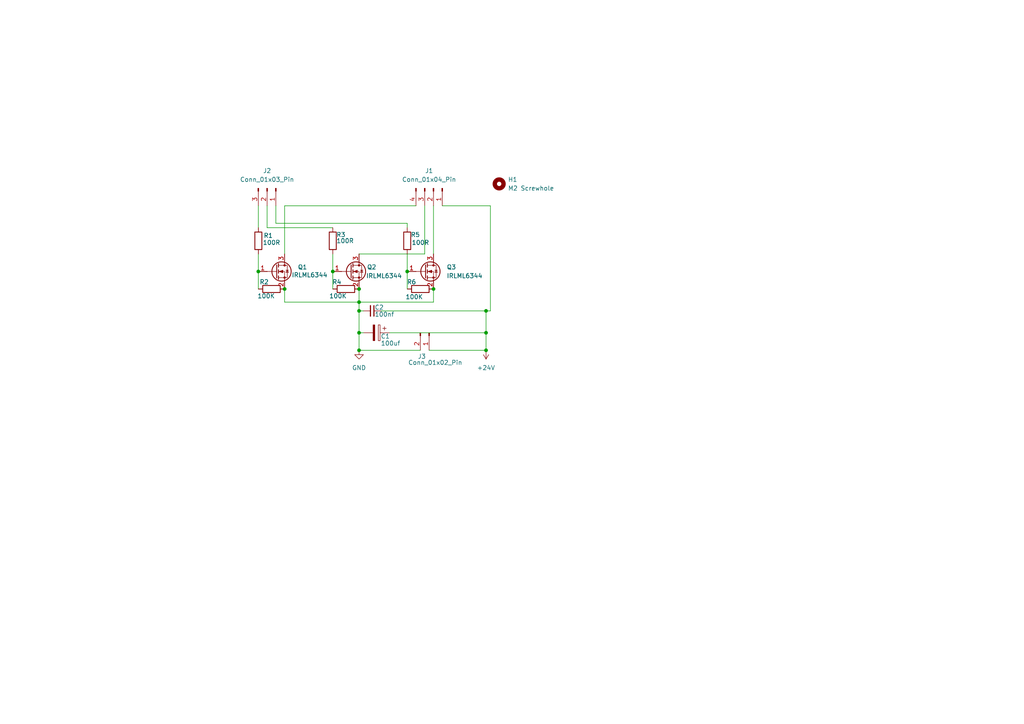
<source format=kicad_sch>
(kicad_sch
	(version 20250114)
	(generator "eeschema")
	(generator_version "9.0")
	(uuid "fe2c5abf-020b-4779-b4fd-7730417b25a8")
	(paper "A4")
	(lib_symbols
		(symbol "Connector:Conn_01x02_Pin"
			(pin_names
				(offset 1.016)
				(hide yes)
			)
			(exclude_from_sim no)
			(in_bom yes)
			(on_board yes)
			(property "Reference" "J"
				(at 0 2.54 0)
				(effects
					(font
						(size 1.27 1.27)
					)
				)
			)
			(property "Value" "Conn_01x02_Pin"
				(at 0 -5.08 0)
				(effects
					(font
						(size 1.27 1.27)
					)
				)
			)
			(property "Footprint" ""
				(at 0 0 0)
				(effects
					(font
						(size 1.27 1.27)
					)
					(hide yes)
				)
			)
			(property "Datasheet" "~"
				(at 0 0 0)
				(effects
					(font
						(size 1.27 1.27)
					)
					(hide yes)
				)
			)
			(property "Description" "Generic connector, single row, 01x02, script generated"
				(at 0 0 0)
				(effects
					(font
						(size 1.27 1.27)
					)
					(hide yes)
				)
			)
			(property "ki_locked" ""
				(at 0 0 0)
				(effects
					(font
						(size 1.27 1.27)
					)
				)
			)
			(property "ki_keywords" "connector"
				(at 0 0 0)
				(effects
					(font
						(size 1.27 1.27)
					)
					(hide yes)
				)
			)
			(property "ki_fp_filters" "Connector*:*_1x??_*"
				(at 0 0 0)
				(effects
					(font
						(size 1.27 1.27)
					)
					(hide yes)
				)
			)
			(symbol "Conn_01x02_Pin_1_1"
				(rectangle
					(start 0.8636 0.127)
					(end 0 -0.127)
					(stroke
						(width 0.1524)
						(type default)
					)
					(fill
						(type outline)
					)
				)
				(rectangle
					(start 0.8636 -2.413)
					(end 0 -2.667)
					(stroke
						(width 0.1524)
						(type default)
					)
					(fill
						(type outline)
					)
				)
				(polyline
					(pts
						(xy 1.27 0) (xy 0.8636 0)
					)
					(stroke
						(width 0.1524)
						(type default)
					)
					(fill
						(type none)
					)
				)
				(polyline
					(pts
						(xy 1.27 -2.54) (xy 0.8636 -2.54)
					)
					(stroke
						(width 0.1524)
						(type default)
					)
					(fill
						(type none)
					)
				)
				(pin passive line
					(at 5.08 0 180)
					(length 3.81)
					(name "Pin_1"
						(effects
							(font
								(size 1.27 1.27)
							)
						)
					)
					(number "1"
						(effects
							(font
								(size 1.27 1.27)
							)
						)
					)
				)
				(pin passive line
					(at 5.08 -2.54 180)
					(length 3.81)
					(name "Pin_2"
						(effects
							(font
								(size 1.27 1.27)
							)
						)
					)
					(number "2"
						(effects
							(font
								(size 1.27 1.27)
							)
						)
					)
				)
			)
			(embedded_fonts no)
		)
		(symbol "Connector:Conn_01x03_Pin"
			(pin_names
				(offset 1.016)
				(hide yes)
			)
			(exclude_from_sim no)
			(in_bom yes)
			(on_board yes)
			(property "Reference" "J"
				(at 0 5.08 0)
				(effects
					(font
						(size 1.27 1.27)
					)
				)
			)
			(property "Value" "Conn_01x03_Pin"
				(at 0 -5.08 0)
				(effects
					(font
						(size 1.27 1.27)
					)
				)
			)
			(property "Footprint" ""
				(at 0 0 0)
				(effects
					(font
						(size 1.27 1.27)
					)
					(hide yes)
				)
			)
			(property "Datasheet" "~"
				(at 0 0 0)
				(effects
					(font
						(size 1.27 1.27)
					)
					(hide yes)
				)
			)
			(property "Description" "Generic connector, single row, 01x03, script generated"
				(at 0 0 0)
				(effects
					(font
						(size 1.27 1.27)
					)
					(hide yes)
				)
			)
			(property "ki_locked" ""
				(at 0 0 0)
				(effects
					(font
						(size 1.27 1.27)
					)
				)
			)
			(property "ki_keywords" "connector"
				(at 0 0 0)
				(effects
					(font
						(size 1.27 1.27)
					)
					(hide yes)
				)
			)
			(property "ki_fp_filters" "Connector*:*_1x??_*"
				(at 0 0 0)
				(effects
					(font
						(size 1.27 1.27)
					)
					(hide yes)
				)
			)
			(symbol "Conn_01x03_Pin_1_1"
				(rectangle
					(start 0.8636 2.667)
					(end 0 2.413)
					(stroke
						(width 0.1524)
						(type default)
					)
					(fill
						(type outline)
					)
				)
				(rectangle
					(start 0.8636 0.127)
					(end 0 -0.127)
					(stroke
						(width 0.1524)
						(type default)
					)
					(fill
						(type outline)
					)
				)
				(rectangle
					(start 0.8636 -2.413)
					(end 0 -2.667)
					(stroke
						(width 0.1524)
						(type default)
					)
					(fill
						(type outline)
					)
				)
				(polyline
					(pts
						(xy 1.27 2.54) (xy 0.8636 2.54)
					)
					(stroke
						(width 0.1524)
						(type default)
					)
					(fill
						(type none)
					)
				)
				(polyline
					(pts
						(xy 1.27 0) (xy 0.8636 0)
					)
					(stroke
						(width 0.1524)
						(type default)
					)
					(fill
						(type none)
					)
				)
				(polyline
					(pts
						(xy 1.27 -2.54) (xy 0.8636 -2.54)
					)
					(stroke
						(width 0.1524)
						(type default)
					)
					(fill
						(type none)
					)
				)
				(pin passive line
					(at 5.08 2.54 180)
					(length 3.81)
					(name "Pin_1"
						(effects
							(font
								(size 1.27 1.27)
							)
						)
					)
					(number "1"
						(effects
							(font
								(size 1.27 1.27)
							)
						)
					)
				)
				(pin passive line
					(at 5.08 0 180)
					(length 3.81)
					(name "Pin_2"
						(effects
							(font
								(size 1.27 1.27)
							)
						)
					)
					(number "2"
						(effects
							(font
								(size 1.27 1.27)
							)
						)
					)
				)
				(pin passive line
					(at 5.08 -2.54 180)
					(length 3.81)
					(name "Pin_3"
						(effects
							(font
								(size 1.27 1.27)
							)
						)
					)
					(number "3"
						(effects
							(font
								(size 1.27 1.27)
							)
						)
					)
				)
			)
			(embedded_fonts no)
		)
		(symbol "Connector:Conn_01x04_Pin"
			(pin_names
				(offset 1.016)
				(hide yes)
			)
			(exclude_from_sim no)
			(in_bom yes)
			(on_board yes)
			(property "Reference" "J"
				(at 0 5.08 0)
				(effects
					(font
						(size 1.27 1.27)
					)
				)
			)
			(property "Value" "Conn_01x04_Pin"
				(at 0 -7.62 0)
				(effects
					(font
						(size 1.27 1.27)
					)
				)
			)
			(property "Footprint" ""
				(at 0 0 0)
				(effects
					(font
						(size 1.27 1.27)
					)
					(hide yes)
				)
			)
			(property "Datasheet" "~"
				(at 0 0 0)
				(effects
					(font
						(size 1.27 1.27)
					)
					(hide yes)
				)
			)
			(property "Description" "Generic connector, single row, 01x04, script generated"
				(at 0 0 0)
				(effects
					(font
						(size 1.27 1.27)
					)
					(hide yes)
				)
			)
			(property "ki_locked" ""
				(at 0 0 0)
				(effects
					(font
						(size 1.27 1.27)
					)
				)
			)
			(property "ki_keywords" "connector"
				(at 0 0 0)
				(effects
					(font
						(size 1.27 1.27)
					)
					(hide yes)
				)
			)
			(property "ki_fp_filters" "Connector*:*_1x??_*"
				(at 0 0 0)
				(effects
					(font
						(size 1.27 1.27)
					)
					(hide yes)
				)
			)
			(symbol "Conn_01x04_Pin_1_1"
				(rectangle
					(start 0.8636 2.667)
					(end 0 2.413)
					(stroke
						(width 0.1524)
						(type default)
					)
					(fill
						(type outline)
					)
				)
				(rectangle
					(start 0.8636 0.127)
					(end 0 -0.127)
					(stroke
						(width 0.1524)
						(type default)
					)
					(fill
						(type outline)
					)
				)
				(rectangle
					(start 0.8636 -2.413)
					(end 0 -2.667)
					(stroke
						(width 0.1524)
						(type default)
					)
					(fill
						(type outline)
					)
				)
				(rectangle
					(start 0.8636 -4.953)
					(end 0 -5.207)
					(stroke
						(width 0.1524)
						(type default)
					)
					(fill
						(type outline)
					)
				)
				(polyline
					(pts
						(xy 1.27 2.54) (xy 0.8636 2.54)
					)
					(stroke
						(width 0.1524)
						(type default)
					)
					(fill
						(type none)
					)
				)
				(polyline
					(pts
						(xy 1.27 0) (xy 0.8636 0)
					)
					(stroke
						(width 0.1524)
						(type default)
					)
					(fill
						(type none)
					)
				)
				(polyline
					(pts
						(xy 1.27 -2.54) (xy 0.8636 -2.54)
					)
					(stroke
						(width 0.1524)
						(type default)
					)
					(fill
						(type none)
					)
				)
				(polyline
					(pts
						(xy 1.27 -5.08) (xy 0.8636 -5.08)
					)
					(stroke
						(width 0.1524)
						(type default)
					)
					(fill
						(type none)
					)
				)
				(pin passive line
					(at 5.08 2.54 180)
					(length 3.81)
					(name "Pin_1"
						(effects
							(font
								(size 1.27 1.27)
							)
						)
					)
					(number "1"
						(effects
							(font
								(size 1.27 1.27)
							)
						)
					)
				)
				(pin passive line
					(at 5.08 0 180)
					(length 3.81)
					(name "Pin_2"
						(effects
							(font
								(size 1.27 1.27)
							)
						)
					)
					(number "2"
						(effects
							(font
								(size 1.27 1.27)
							)
						)
					)
				)
				(pin passive line
					(at 5.08 -2.54 180)
					(length 3.81)
					(name "Pin_3"
						(effects
							(font
								(size 1.27 1.27)
							)
						)
					)
					(number "3"
						(effects
							(font
								(size 1.27 1.27)
							)
						)
					)
				)
				(pin passive line
					(at 5.08 -5.08 180)
					(length 3.81)
					(name "Pin_4"
						(effects
							(font
								(size 1.27 1.27)
							)
						)
					)
					(number "4"
						(effects
							(font
								(size 1.27 1.27)
							)
						)
					)
				)
			)
			(embedded_fonts no)
		)
		(symbol "Device:C_Polarized"
			(pin_numbers
				(hide yes)
			)
			(pin_names
				(offset 0.254)
			)
			(exclude_from_sim no)
			(in_bom yes)
			(on_board yes)
			(property "Reference" "C"
				(at 0.635 2.54 0)
				(effects
					(font
						(size 1.27 1.27)
					)
					(justify left)
				)
			)
			(property "Value" "C_Polarized"
				(at 0.635 -2.54 0)
				(effects
					(font
						(size 1.27 1.27)
					)
					(justify left)
				)
			)
			(property "Footprint" ""
				(at 0.9652 -3.81 0)
				(effects
					(font
						(size 1.27 1.27)
					)
					(hide yes)
				)
			)
			(property "Datasheet" "~"
				(at 0 0 0)
				(effects
					(font
						(size 1.27 1.27)
					)
					(hide yes)
				)
			)
			(property "Description" "Polarized capacitor"
				(at 0 0 0)
				(effects
					(font
						(size 1.27 1.27)
					)
					(hide yes)
				)
			)
			(property "ki_keywords" "cap capacitor"
				(at 0 0 0)
				(effects
					(font
						(size 1.27 1.27)
					)
					(hide yes)
				)
			)
			(property "ki_fp_filters" "CP_*"
				(at 0 0 0)
				(effects
					(font
						(size 1.27 1.27)
					)
					(hide yes)
				)
			)
			(symbol "C_Polarized_0_1"
				(rectangle
					(start -2.286 0.508)
					(end 2.286 1.016)
					(stroke
						(width 0)
						(type default)
					)
					(fill
						(type none)
					)
				)
				(polyline
					(pts
						(xy -1.778 2.286) (xy -0.762 2.286)
					)
					(stroke
						(width 0)
						(type default)
					)
					(fill
						(type none)
					)
				)
				(polyline
					(pts
						(xy -1.27 2.794) (xy -1.27 1.778)
					)
					(stroke
						(width 0)
						(type default)
					)
					(fill
						(type none)
					)
				)
				(rectangle
					(start 2.286 -0.508)
					(end -2.286 -1.016)
					(stroke
						(width 0)
						(type default)
					)
					(fill
						(type outline)
					)
				)
			)
			(symbol "C_Polarized_1_1"
				(pin passive line
					(at 0 3.81 270)
					(length 2.794)
					(name "~"
						(effects
							(font
								(size 1.27 1.27)
							)
						)
					)
					(number "1"
						(effects
							(font
								(size 1.27 1.27)
							)
						)
					)
				)
				(pin passive line
					(at 0 -3.81 90)
					(length 2.794)
					(name "~"
						(effects
							(font
								(size 1.27 1.27)
							)
						)
					)
					(number "2"
						(effects
							(font
								(size 1.27 1.27)
							)
						)
					)
				)
			)
			(embedded_fonts no)
		)
		(symbol "Device:C_Small"
			(pin_numbers
				(hide yes)
			)
			(pin_names
				(offset 0.254)
				(hide yes)
			)
			(exclude_from_sim no)
			(in_bom yes)
			(on_board yes)
			(property "Reference" "C"
				(at 0.254 1.778 0)
				(effects
					(font
						(size 1.27 1.27)
					)
					(justify left)
				)
			)
			(property "Value" "C_Small"
				(at 0.254 -2.032 0)
				(effects
					(font
						(size 1.27 1.27)
					)
					(justify left)
				)
			)
			(property "Footprint" ""
				(at 0 0 0)
				(effects
					(font
						(size 1.27 1.27)
					)
					(hide yes)
				)
			)
			(property "Datasheet" "~"
				(at 0 0 0)
				(effects
					(font
						(size 1.27 1.27)
					)
					(hide yes)
				)
			)
			(property "Description" "Unpolarized capacitor, small symbol"
				(at 0 0 0)
				(effects
					(font
						(size 1.27 1.27)
					)
					(hide yes)
				)
			)
			(property "ki_keywords" "capacitor cap"
				(at 0 0 0)
				(effects
					(font
						(size 1.27 1.27)
					)
					(hide yes)
				)
			)
			(property "ki_fp_filters" "C_*"
				(at 0 0 0)
				(effects
					(font
						(size 1.27 1.27)
					)
					(hide yes)
				)
			)
			(symbol "C_Small_0_1"
				(polyline
					(pts
						(xy -1.524 0.508) (xy 1.524 0.508)
					)
					(stroke
						(width 0.3048)
						(type default)
					)
					(fill
						(type none)
					)
				)
				(polyline
					(pts
						(xy -1.524 -0.508) (xy 1.524 -0.508)
					)
					(stroke
						(width 0.3302)
						(type default)
					)
					(fill
						(type none)
					)
				)
			)
			(symbol "C_Small_1_1"
				(pin passive line
					(at 0 2.54 270)
					(length 2.032)
					(name "~"
						(effects
							(font
								(size 1.27 1.27)
							)
						)
					)
					(number "1"
						(effects
							(font
								(size 1.27 1.27)
							)
						)
					)
				)
				(pin passive line
					(at 0 -2.54 90)
					(length 2.032)
					(name "~"
						(effects
							(font
								(size 1.27 1.27)
							)
						)
					)
					(number "2"
						(effects
							(font
								(size 1.27 1.27)
							)
						)
					)
				)
			)
			(embedded_fonts no)
		)
		(symbol "Device:R"
			(pin_numbers
				(hide yes)
			)
			(pin_names
				(offset 0)
			)
			(exclude_from_sim no)
			(in_bom yes)
			(on_board yes)
			(property "Reference" "R"
				(at 2.032 0 90)
				(effects
					(font
						(size 1.27 1.27)
					)
				)
			)
			(property "Value" "R"
				(at 0 0 90)
				(effects
					(font
						(size 1.27 1.27)
					)
				)
			)
			(property "Footprint" ""
				(at -1.778 0 90)
				(effects
					(font
						(size 1.27 1.27)
					)
					(hide yes)
				)
			)
			(property "Datasheet" "~"
				(at 0 0 0)
				(effects
					(font
						(size 1.27 1.27)
					)
					(hide yes)
				)
			)
			(property "Description" "Resistor"
				(at 0 0 0)
				(effects
					(font
						(size 1.27 1.27)
					)
					(hide yes)
				)
			)
			(property "ki_keywords" "R res resistor"
				(at 0 0 0)
				(effects
					(font
						(size 1.27 1.27)
					)
					(hide yes)
				)
			)
			(property "ki_fp_filters" "R_*"
				(at 0 0 0)
				(effects
					(font
						(size 1.27 1.27)
					)
					(hide yes)
				)
			)
			(symbol "R_0_1"
				(rectangle
					(start -1.016 -2.54)
					(end 1.016 2.54)
					(stroke
						(width 0.254)
						(type default)
					)
					(fill
						(type none)
					)
				)
			)
			(symbol "R_1_1"
				(pin passive line
					(at 0 3.81 270)
					(length 1.27)
					(name "~"
						(effects
							(font
								(size 1.27 1.27)
							)
						)
					)
					(number "1"
						(effects
							(font
								(size 1.27 1.27)
							)
						)
					)
				)
				(pin passive line
					(at 0 -3.81 90)
					(length 1.27)
					(name "~"
						(effects
							(font
								(size 1.27 1.27)
							)
						)
					)
					(number "2"
						(effects
							(font
								(size 1.27 1.27)
							)
						)
					)
				)
			)
			(embedded_fonts no)
		)
		(symbol "Mechanical:MountingHole"
			(pin_names
				(offset 1.016)
			)
			(exclude_from_sim no)
			(in_bom no)
			(on_board yes)
			(property "Reference" "H"
				(at 0 5.08 0)
				(effects
					(font
						(size 1.27 1.27)
					)
				)
			)
			(property "Value" "MountingHole"
				(at 0 3.175 0)
				(effects
					(font
						(size 1.27 1.27)
					)
				)
			)
			(property "Footprint" ""
				(at 0 0 0)
				(effects
					(font
						(size 1.27 1.27)
					)
					(hide yes)
				)
			)
			(property "Datasheet" "~"
				(at 0 0 0)
				(effects
					(font
						(size 1.27 1.27)
					)
					(hide yes)
				)
			)
			(property "Description" "Mounting Hole without connection"
				(at 0 0 0)
				(effects
					(font
						(size 1.27 1.27)
					)
					(hide yes)
				)
			)
			(property "ki_keywords" "mounting hole"
				(at 0 0 0)
				(effects
					(font
						(size 1.27 1.27)
					)
					(hide yes)
				)
			)
			(property "ki_fp_filters" "MountingHole*"
				(at 0 0 0)
				(effects
					(font
						(size 1.27 1.27)
					)
					(hide yes)
				)
			)
			(symbol "MountingHole_0_1"
				(circle
					(center 0 0)
					(radius 1.27)
					(stroke
						(width 1.27)
						(type default)
					)
					(fill
						(type none)
					)
				)
			)
			(embedded_fonts no)
		)
		(symbol "Transistor_FET:IRLML6244"
			(pin_names
				(offset 0)
				(hide yes)
			)
			(exclude_from_sim no)
			(in_bom yes)
			(on_board yes)
			(property "Reference" "Q"
				(at 5.08 1.905 0)
				(effects
					(font
						(size 1.27 1.27)
					)
					(justify left)
				)
			)
			(property "Value" "IRLML6244"
				(at 5.08 0 0)
				(effects
					(font
						(size 1.27 1.27)
					)
					(justify left)
				)
			)
			(property "Footprint" "Package_TO_SOT_SMD:SOT-23"
				(at 5.08 -1.905 0)
				(effects
					(font
						(size 1.27 1.27)
						(italic yes)
					)
					(justify left)
					(hide yes)
				)
			)
			(property "Datasheet" "https://www.infineon.com/dgdl/Infineon-IRLML6244-DataSheet-v01_01-EN.pdf?fileId=5546d462533600a4015356686fed261f"
				(at 5.08 -3.81 0)
				(effects
					(font
						(size 1.27 1.27)
					)
					(justify left)
					(hide yes)
				)
			)
			(property "Description" "6.3A Id, 20V Vds, 21mOhm Rds, N-Channel StrongIRFET Power MOSFET, SOT-23"
				(at 0 0 0)
				(effects
					(font
						(size 1.27 1.27)
					)
					(hide yes)
				)
			)
			(property "ki_keywords" "N-Channel StrongIRFET MOSFET Load switch"
				(at 0 0 0)
				(effects
					(font
						(size 1.27 1.27)
					)
					(hide yes)
				)
			)
			(property "ki_fp_filters" "SOT?23*"
				(at 0 0 0)
				(effects
					(font
						(size 1.27 1.27)
					)
					(hide yes)
				)
			)
			(symbol "IRLML6244_0_1"
				(polyline
					(pts
						(xy 0.254 1.905) (xy 0.254 -1.905)
					)
					(stroke
						(width 0.254)
						(type default)
					)
					(fill
						(type none)
					)
				)
				(polyline
					(pts
						(xy 0.254 0) (xy -2.54 0)
					)
					(stroke
						(width 0)
						(type default)
					)
					(fill
						(type none)
					)
				)
				(polyline
					(pts
						(xy 0.762 2.286) (xy 0.762 1.27)
					)
					(stroke
						(width 0.254)
						(type default)
					)
					(fill
						(type none)
					)
				)
				(polyline
					(pts
						(xy 0.762 0.508) (xy 0.762 -0.508)
					)
					(stroke
						(width 0.254)
						(type default)
					)
					(fill
						(type none)
					)
				)
				(polyline
					(pts
						(xy 0.762 -1.27) (xy 0.762 -2.286)
					)
					(stroke
						(width 0.254)
						(type default)
					)
					(fill
						(type none)
					)
				)
				(polyline
					(pts
						(xy 0.762 -1.778) (xy 3.302 -1.778) (xy 3.302 1.778) (xy 0.762 1.778)
					)
					(stroke
						(width 0)
						(type default)
					)
					(fill
						(type none)
					)
				)
				(polyline
					(pts
						(xy 1.016 0) (xy 2.032 0.381) (xy 2.032 -0.381) (xy 1.016 0)
					)
					(stroke
						(width 0)
						(type default)
					)
					(fill
						(type outline)
					)
				)
				(circle
					(center 1.651 0)
					(radius 2.794)
					(stroke
						(width 0.254)
						(type default)
					)
					(fill
						(type none)
					)
				)
				(polyline
					(pts
						(xy 2.54 2.54) (xy 2.54 1.778)
					)
					(stroke
						(width 0)
						(type default)
					)
					(fill
						(type none)
					)
				)
				(circle
					(center 2.54 1.778)
					(radius 0.254)
					(stroke
						(width 0)
						(type default)
					)
					(fill
						(type outline)
					)
				)
				(circle
					(center 2.54 -1.778)
					(radius 0.254)
					(stroke
						(width 0)
						(type default)
					)
					(fill
						(type outline)
					)
				)
				(polyline
					(pts
						(xy 2.54 -2.54) (xy 2.54 0) (xy 0.762 0)
					)
					(stroke
						(width 0)
						(type default)
					)
					(fill
						(type none)
					)
				)
				(polyline
					(pts
						(xy 2.921 0.381) (xy 3.683 0.381)
					)
					(stroke
						(width 0)
						(type default)
					)
					(fill
						(type none)
					)
				)
				(polyline
					(pts
						(xy 3.302 0.381) (xy 2.921 -0.254) (xy 3.683 -0.254) (xy 3.302 0.381)
					)
					(stroke
						(width 0)
						(type default)
					)
					(fill
						(type none)
					)
				)
			)
			(symbol "IRLML6244_1_1"
				(pin input line
					(at -5.08 0 0)
					(length 2.54)
					(name "G"
						(effects
							(font
								(size 1.27 1.27)
							)
						)
					)
					(number "1"
						(effects
							(font
								(size 1.27 1.27)
							)
						)
					)
				)
				(pin passive line
					(at 2.54 5.08 270)
					(length 2.54)
					(name "D"
						(effects
							(font
								(size 1.27 1.27)
							)
						)
					)
					(number "3"
						(effects
							(font
								(size 1.27 1.27)
							)
						)
					)
				)
				(pin passive line
					(at 2.54 -5.08 90)
					(length 2.54)
					(name "S"
						(effects
							(font
								(size 1.27 1.27)
							)
						)
					)
					(number "2"
						(effects
							(font
								(size 1.27 1.27)
							)
						)
					)
				)
			)
			(embedded_fonts no)
		)
		(symbol "power:+24V"
			(power)
			(pin_numbers
				(hide yes)
			)
			(pin_names
				(offset 0)
				(hide yes)
			)
			(exclude_from_sim no)
			(in_bom yes)
			(on_board yes)
			(property "Reference" "#PWR"
				(at 0 -3.81 0)
				(effects
					(font
						(size 1.27 1.27)
					)
					(hide yes)
				)
			)
			(property "Value" "+24V"
				(at 0 3.556 0)
				(effects
					(font
						(size 1.27 1.27)
					)
				)
			)
			(property "Footprint" ""
				(at 0 0 0)
				(effects
					(font
						(size 1.27 1.27)
					)
					(hide yes)
				)
			)
			(property "Datasheet" ""
				(at 0 0 0)
				(effects
					(font
						(size 1.27 1.27)
					)
					(hide yes)
				)
			)
			(property "Description" "Power symbol creates a global label with name \"+24V\""
				(at 0 0 0)
				(effects
					(font
						(size 1.27 1.27)
					)
					(hide yes)
				)
			)
			(property "ki_keywords" "global power"
				(at 0 0 0)
				(effects
					(font
						(size 1.27 1.27)
					)
					(hide yes)
				)
			)
			(symbol "+24V_0_1"
				(polyline
					(pts
						(xy -0.762 1.27) (xy 0 2.54)
					)
					(stroke
						(width 0)
						(type default)
					)
					(fill
						(type none)
					)
				)
				(polyline
					(pts
						(xy 0 2.54) (xy 0.762 1.27)
					)
					(stroke
						(width 0)
						(type default)
					)
					(fill
						(type none)
					)
				)
				(polyline
					(pts
						(xy 0 0) (xy 0 2.54)
					)
					(stroke
						(width 0)
						(type default)
					)
					(fill
						(type none)
					)
				)
			)
			(symbol "+24V_1_1"
				(pin power_in line
					(at 0 0 90)
					(length 0)
					(name "~"
						(effects
							(font
								(size 1.27 1.27)
							)
						)
					)
					(number "1"
						(effects
							(font
								(size 1.27 1.27)
							)
						)
					)
				)
			)
			(embedded_fonts no)
		)
		(symbol "power:GND"
			(power)
			(pin_numbers
				(hide yes)
			)
			(pin_names
				(offset 0)
				(hide yes)
			)
			(exclude_from_sim no)
			(in_bom yes)
			(on_board yes)
			(property "Reference" "#PWR"
				(at 0 -6.35 0)
				(effects
					(font
						(size 1.27 1.27)
					)
					(hide yes)
				)
			)
			(property "Value" "GND"
				(at 0 -3.81 0)
				(effects
					(font
						(size 1.27 1.27)
					)
				)
			)
			(property "Footprint" ""
				(at 0 0 0)
				(effects
					(font
						(size 1.27 1.27)
					)
					(hide yes)
				)
			)
			(property "Datasheet" ""
				(at 0 0 0)
				(effects
					(font
						(size 1.27 1.27)
					)
					(hide yes)
				)
			)
			(property "Description" "Power symbol creates a global label with name \"GND\" , ground"
				(at 0 0 0)
				(effects
					(font
						(size 1.27 1.27)
					)
					(hide yes)
				)
			)
			(property "ki_keywords" "global power"
				(at 0 0 0)
				(effects
					(font
						(size 1.27 1.27)
					)
					(hide yes)
				)
			)
			(symbol "GND_0_1"
				(polyline
					(pts
						(xy 0 0) (xy 0 -1.27) (xy 1.27 -1.27) (xy 0 -2.54) (xy -1.27 -1.27) (xy 0 -1.27)
					)
					(stroke
						(width 0)
						(type default)
					)
					(fill
						(type none)
					)
				)
			)
			(symbol "GND_1_1"
				(pin power_in line
					(at 0 0 270)
					(length 0)
					(name "~"
						(effects
							(font
								(size 1.27 1.27)
							)
						)
					)
					(number "1"
						(effects
							(font
								(size 1.27 1.27)
							)
						)
					)
				)
			)
			(embedded_fonts no)
		)
	)
	(junction
		(at 104.14 101.6)
		(diameter 0)
		(color 0 0 0 0)
		(uuid "1c5a2b41-a447-4472-920f-d23c7558188e")
	)
	(junction
		(at 140.97 90.17)
		(diameter 0)
		(color 0 0 0 0)
		(uuid "391cff87-e5cd-4e04-9f34-d8b4e5b7137a")
	)
	(junction
		(at 96.52 78.74)
		(diameter 0)
		(color 0 0 0 0)
		(uuid "3edb641d-52d7-4568-bd89-c2f2f85c455d")
	)
	(junction
		(at 74.93 78.74)
		(diameter 0)
		(color 0 0 0 0)
		(uuid "4bd627e9-b575-4242-92a8-0994dac6d877")
	)
	(junction
		(at 104.14 87.63)
		(diameter 0)
		(color 0 0 0 0)
		(uuid "636b6a72-386f-479f-a7c8-6e0605970967")
	)
	(junction
		(at 125.73 83.82)
		(diameter 0)
		(color 0 0 0 0)
		(uuid "91cd2d3c-db50-4bef-a6c9-b08f6efc89ff")
	)
	(junction
		(at 104.14 96.52)
		(diameter 0)
		(color 0 0 0 0)
		(uuid "a3af608f-bb10-49b7-9d2b-e4cc2db36709")
	)
	(junction
		(at 140.97 101.6)
		(diameter 0)
		(color 0 0 0 0)
		(uuid "a81e83da-bf47-40de-bc56-a0f2a9b50951")
	)
	(junction
		(at 82.55 83.82)
		(diameter 0)
		(color 0 0 0 0)
		(uuid "adb2c69f-952e-4e9a-be25-a464b473a56a")
	)
	(junction
		(at 104.14 83.82)
		(diameter 0)
		(color 0 0 0 0)
		(uuid "baa5d150-5820-4ff2-87dd-56a95f30cb3d")
	)
	(junction
		(at 118.11 78.74)
		(diameter 0)
		(color 0 0 0 0)
		(uuid "d3274924-2ec4-40c0-8e84-b73d47ef74bd")
	)
	(junction
		(at 104.14 90.17)
		(diameter 0)
		(color 0 0 0 0)
		(uuid "e1e7c0a6-5ff5-46c3-a83c-e380ce29b48e")
	)
	(junction
		(at 140.97 96.52)
		(diameter 0)
		(color 0 0 0 0)
		(uuid "ee3bb864-a6af-4348-b6c1-c1ea994b9e9f")
	)
	(wire
		(pts
			(xy 77.47 66.04) (xy 77.47 59.69)
		)
		(stroke
			(width 0)
			(type default)
		)
		(uuid "023ae65b-8d47-4d76-bb56-6242f10f312e")
	)
	(wire
		(pts
			(xy 125.73 59.69) (xy 125.73 73.66)
		)
		(stroke
			(width 0)
			(type default)
		)
		(uuid "08918340-a435-47e6-b549-0e0f78fd1cf7")
	)
	(wire
		(pts
			(xy 118.11 66.04) (xy 118.11 64.77)
		)
		(stroke
			(width 0)
			(type default)
		)
		(uuid "14c6e170-895e-4165-bacf-d84ba5dd3d6e")
	)
	(wire
		(pts
			(xy 124.46 101.6) (xy 140.97 101.6)
		)
		(stroke
			(width 0)
			(type default)
		)
		(uuid "1e57cc02-3aff-41b4-a574-d5a699ed9964")
	)
	(wire
		(pts
			(xy 96.52 78.74) (xy 96.52 83.82)
		)
		(stroke
			(width 0)
			(type default)
		)
		(uuid "23540d08-ec56-4c61-8d54-9ae76db5d1c1")
	)
	(wire
		(pts
			(xy 123.19 73.66) (xy 123.19 59.69)
		)
		(stroke
			(width 0)
			(type default)
		)
		(uuid "24cb484a-ff7b-46a1-85b7-ce10c3c2e73f")
	)
	(wire
		(pts
			(xy 104.14 83.82) (xy 104.14 87.63)
		)
		(stroke
			(width 0)
			(type default)
		)
		(uuid "3c0f91c8-a7b5-4a68-8d96-c0ba08b00d58")
	)
	(wire
		(pts
			(xy 140.97 90.17) (xy 140.97 96.52)
		)
		(stroke
			(width 0)
			(type default)
		)
		(uuid "4a1f7263-35e5-4ec2-bb78-40c713fa8521")
	)
	(wire
		(pts
			(xy 104.14 73.66) (xy 123.19 73.66)
		)
		(stroke
			(width 0)
			(type default)
		)
		(uuid "56f97390-e4c8-4193-9ab2-2dea94bcd3ad")
	)
	(wire
		(pts
			(xy 104.14 96.52) (xy 105.41 96.52)
		)
		(stroke
			(width 0)
			(type default)
		)
		(uuid "5a8d3b72-ac1c-44bc-902d-b42b72cd8aad")
	)
	(wire
		(pts
			(xy 142.24 90.17) (xy 140.97 90.17)
		)
		(stroke
			(width 0)
			(type default)
		)
		(uuid "5d08d2cd-2af2-465a-bbd1-aeecfe0985c8")
	)
	(wire
		(pts
			(xy 80.01 64.77) (xy 80.01 59.69)
		)
		(stroke
			(width 0)
			(type default)
		)
		(uuid "5d496b08-0818-4dea-8201-4275c40fc234")
	)
	(wire
		(pts
			(xy 82.55 73.66) (xy 82.55 59.69)
		)
		(stroke
			(width 0)
			(type default)
		)
		(uuid "632ec317-9ed6-440b-be5a-d9128dcbf988")
	)
	(wire
		(pts
			(xy 125.73 87.63) (xy 125.73 83.82)
		)
		(stroke
			(width 0)
			(type default)
		)
		(uuid "6dd28a66-417e-45e1-b5cf-350a00935ac7")
	)
	(wire
		(pts
			(xy 82.55 59.69) (xy 120.65 59.69)
		)
		(stroke
			(width 0)
			(type default)
		)
		(uuid "72855d42-5cdc-4247-9fef-5b7fc4167f35")
	)
	(wire
		(pts
			(xy 96.52 78.74) (xy 96.52 73.66)
		)
		(stroke
			(width 0)
			(type default)
		)
		(uuid "7a1a7111-7558-493e-be84-f3288615357a")
	)
	(wire
		(pts
			(xy 104.14 101.6) (xy 121.92 101.6)
		)
		(stroke
			(width 0)
			(type default)
		)
		(uuid "7c5d70b2-5be5-45f1-8d14-f87640940512")
	)
	(wire
		(pts
			(xy 104.14 87.63) (xy 125.73 87.63)
		)
		(stroke
			(width 0)
			(type default)
		)
		(uuid "8cd06288-c1c6-401a-81ba-9f42eb7eab2c")
	)
	(wire
		(pts
			(xy 110.49 90.17) (xy 140.97 90.17)
		)
		(stroke
			(width 0)
			(type default)
		)
		(uuid "9178f37c-1e49-484f-aa8f-cea765f3a546")
	)
	(wire
		(pts
			(xy 74.93 59.69) (xy 74.93 66.04)
		)
		(stroke
			(width 0)
			(type default)
		)
		(uuid "9a1a3831-f6ae-499a-91fc-893185ef7796")
	)
	(wire
		(pts
			(xy 82.55 87.63) (xy 82.55 83.82)
		)
		(stroke
			(width 0)
			(type default)
		)
		(uuid "9faa72f5-afb7-4eaf-aedb-0aa250d57833")
	)
	(wire
		(pts
			(xy 104.14 90.17) (xy 105.41 90.17)
		)
		(stroke
			(width 0)
			(type default)
		)
		(uuid "a4a8a216-c914-41a3-9b70-12345ee71480")
	)
	(wire
		(pts
			(xy 74.93 78.74) (xy 74.93 83.82)
		)
		(stroke
			(width 0)
			(type default)
		)
		(uuid "b22b1311-f08a-4bdf-9744-da5ef40c9d19")
	)
	(wire
		(pts
			(xy 104.14 87.63) (xy 104.14 90.17)
		)
		(stroke
			(width 0)
			(type default)
		)
		(uuid "b22eef82-4bc1-4fc9-bf52-109c402f692a")
	)
	(wire
		(pts
			(xy 118.11 78.74) (xy 118.11 83.82)
		)
		(stroke
			(width 0)
			(type default)
		)
		(uuid "b46be947-2133-48ce-97c8-f8035494f11e")
	)
	(wire
		(pts
			(xy 118.11 73.66) (xy 118.11 78.74)
		)
		(stroke
			(width 0)
			(type default)
		)
		(uuid "b48c432d-193f-4ae6-9675-77626d54c5be")
	)
	(wire
		(pts
			(xy 104.14 96.52) (xy 104.14 101.6)
		)
		(stroke
			(width 0)
			(type default)
		)
		(uuid "bb31959a-b89a-4868-a384-bdca6a330090")
	)
	(wire
		(pts
			(xy 142.24 90.17) (xy 142.24 59.69)
		)
		(stroke
			(width 0)
			(type default)
		)
		(uuid "c556e6aa-6dfe-4336-a808-585e7afeee1c")
	)
	(wire
		(pts
			(xy 104.14 90.17) (xy 104.14 96.52)
		)
		(stroke
			(width 0)
			(type default)
		)
		(uuid "cb68df60-5f1a-4689-a46e-ff07c36a82b9")
	)
	(wire
		(pts
			(xy 128.27 59.69) (xy 142.24 59.69)
		)
		(stroke
			(width 0)
			(type default)
		)
		(uuid "d550a47c-58c6-4110-bcd7-1a4d00b8afe5")
	)
	(wire
		(pts
			(xy 118.11 64.77) (xy 80.01 64.77)
		)
		(stroke
			(width 0)
			(type default)
		)
		(uuid "d5b2a7ee-2252-4244-b927-35fcd0dcb3b6")
	)
	(wire
		(pts
			(xy 74.93 78.74) (xy 74.93 73.66)
		)
		(stroke
			(width 0)
			(type default)
		)
		(uuid "d8f6d17c-bc1b-48cd-b889-bfaf647a083a")
	)
	(wire
		(pts
			(xy 96.52 66.04) (xy 77.47 66.04)
		)
		(stroke
			(width 0)
			(type default)
		)
		(uuid "e59afa05-0820-444a-8545-9a3963b0bb10")
	)
	(wire
		(pts
			(xy 140.97 96.52) (xy 140.97 101.6)
		)
		(stroke
			(width 0)
			(type default)
		)
		(uuid "f0b0ac83-c070-4027-b6c1-905367b9b8f1")
	)
	(wire
		(pts
			(xy 104.14 87.63) (xy 82.55 87.63)
		)
		(stroke
			(width 0)
			(type default)
		)
		(uuid "f4920558-617c-4e07-8889-b6176911ee31")
	)
	(wire
		(pts
			(xy 113.03 96.52) (xy 140.97 96.52)
		)
		(stroke
			(width 0)
			(type default)
		)
		(uuid "fcb4d261-1477-4d1c-b72e-ad7c1094f92d")
	)
	(symbol
		(lib_id "Transistor_FET:IRLML6244")
		(at 101.6 78.74 0)
		(unit 1)
		(exclude_from_sim no)
		(in_bom yes)
		(on_board yes)
		(dnp no)
		(uuid "21b7651e-4a69-4984-86ec-f84361e264dc")
		(property "Reference" "Q2"
			(at 106.426 77.47 0)
			(effects
				(font
					(size 1.27 1.27)
				)
				(justify left)
			)
		)
		(property "Value" "IRLML6344"
			(at 106.172 80.01 0)
			(effects
				(font
					(size 1.27 1.27)
				)
				(justify left)
			)
		)
		(property "Footprint" "Package_TO_SOT_SMD:SOT-23"
			(at 106.68 80.645 0)
			(effects
				(font
					(size 1.27 1.27)
					(italic yes)
				)
				(justify left)
				(hide yes)
			)
		)
		(property "Datasheet" "https://www.infineon.com/dgdl/Infineon-IRLML6244-DataSheet-v01_01-EN.pdf?fileId=5546d462533600a4015356686fed261f"
			(at 106.68 82.55 0)
			(effects
				(font
					(size 1.27 1.27)
				)
				(justify left)
				(hide yes)
			)
		)
		(property "Description" "6.3A Id, 20V Vds, 21mOhm Rds, N-Channel StrongIRFET Power MOSFET, SOT-23"
			(at 101.6 78.74 0)
			(effects
				(font
					(size 1.27 1.27)
				)
				(hide yes)
			)
		)
		(pin "2"
			(uuid "dbe1501a-f10b-4c26-98f1-ab1a14e9d6d5")
		)
		(pin "1"
			(uuid "f09e7c9e-744d-4a8c-af9d-a566538e3ee1")
		)
		(pin "3"
			(uuid "8377a940-3d01-4cc2-ac8a-d37948e9a2fd")
		)
		(instances
			(project "LedController1"
				(path "/fe2c5abf-020b-4779-b4fd-7730417b25a8"
					(reference "Q2")
					(unit 1)
				)
			)
		)
	)
	(symbol
		(lib_id "power:GND")
		(at 104.14 101.6 0)
		(unit 1)
		(exclude_from_sim no)
		(in_bom yes)
		(on_board yes)
		(dnp no)
		(fields_autoplaced yes)
		(uuid "30776bf5-6e1f-417b-ba2c-6a01c90e2235")
		(property "Reference" "#PWR01"
			(at 104.14 107.95 0)
			(effects
				(font
					(size 1.27 1.27)
				)
				(hide yes)
			)
		)
		(property "Value" "GND"
			(at 104.14 106.68 0)
			(effects
				(font
					(size 1.27 1.27)
				)
			)
		)
		(property "Footprint" ""
			(at 104.14 101.6 0)
			(effects
				(font
					(size 1.27 1.27)
				)
				(hide yes)
			)
		)
		(property "Datasheet" ""
			(at 104.14 101.6 0)
			(effects
				(font
					(size 1.27 1.27)
				)
				(hide yes)
			)
		)
		(property "Description" "Power symbol creates a global label with name \"GND\" , ground"
			(at 104.14 101.6 0)
			(effects
				(font
					(size 1.27 1.27)
				)
				(hide yes)
			)
		)
		(pin "1"
			(uuid "cd8a63c5-2af3-42de-9b60-c50f500e8947")
		)
		(instances
			(project ""
				(path "/fe2c5abf-020b-4779-b4fd-7730417b25a8"
					(reference "#PWR01")
					(unit 1)
				)
			)
		)
	)
	(symbol
		(lib_id "Device:C_Polarized")
		(at 109.22 96.52 270)
		(unit 1)
		(exclude_from_sim no)
		(in_bom yes)
		(on_board yes)
		(dnp no)
		(uuid "3a913f25-00ec-447f-8f0f-0fe3d7c65f1d")
		(property "Reference" "C1"
			(at 111.76 97.536 90)
			(effects
				(font
					(size 1.27 1.27)
				)
			)
		)
		(property "Value" "100uf"
			(at 113.284 99.568 90)
			(effects
				(font
					(size 1.27 1.27)
				)
			)
		)
		(property "Footprint" "Capacitor_THT:CP_Radial_D6.3mm_P2.50mm"
			(at 105.41 97.4852 0)
			(effects
				(font
					(size 1.27 1.27)
				)
				(hide yes)
			)
		)
		(property "Datasheet" "~"
			(at 109.22 96.52 0)
			(effects
				(font
					(size 1.27 1.27)
				)
				(hide yes)
			)
		)
		(property "Description" "Polarized capacitor"
			(at 109.22 96.52 0)
			(effects
				(font
					(size 1.27 1.27)
				)
				(hide yes)
			)
		)
		(pin "2"
			(uuid "087b2698-fdd9-4c23-a1ee-cf045c0abd8d")
		)
		(pin "1"
			(uuid "463cf90e-985c-4855-9264-9260a4cce51d")
		)
		(instances
			(project ""
				(path "/fe2c5abf-020b-4779-b4fd-7730417b25a8"
					(reference "C1")
					(unit 1)
				)
			)
		)
	)
	(symbol
		(lib_id "Device:R")
		(at 118.11 69.85 0)
		(unit 1)
		(exclude_from_sim no)
		(in_bom yes)
		(on_board yes)
		(dnp no)
		(uuid "3b8205c1-68ca-4c3f-9e1d-29e8eb6aec5a")
		(property "Reference" "R5"
			(at 119.126 68.072 0)
			(effects
				(font
					(size 1.27 1.27)
				)
				(justify left)
			)
		)
		(property "Value" "100R"
			(at 119.38 70.358 0)
			(effects
				(font
					(size 1.27 1.27)
				)
				(justify left)
			)
		)
		(property "Footprint" "Resistor_THT:R_Axial_DIN0207_L6.3mm_D2.5mm_P7.62mm_Horizontal"
			(at 116.332 69.85 90)
			(effects
				(font
					(size 1.27 1.27)
				)
				(hide yes)
			)
		)
		(property "Datasheet" "~"
			(at 118.11 69.85 0)
			(effects
				(font
					(size 1.27 1.27)
				)
				(hide yes)
			)
		)
		(property "Description" "Resistor"
			(at 118.11 69.85 0)
			(effects
				(font
					(size 1.27 1.27)
				)
				(hide yes)
			)
		)
		(pin "1"
			(uuid "038d2745-8fa7-44b2-9906-2d8e655a5fa9")
		)
		(pin "2"
			(uuid "5c7c5acc-8bfb-4380-b5ae-99fd94ca3cb4")
		)
		(instances
			(project "LedController1"
				(path "/fe2c5abf-020b-4779-b4fd-7730417b25a8"
					(reference "R5")
					(unit 1)
				)
			)
		)
	)
	(symbol
		(lib_id "Connector:Conn_01x04_Pin")
		(at 125.73 54.61 270)
		(unit 1)
		(exclude_from_sim no)
		(in_bom yes)
		(on_board yes)
		(dnp no)
		(fields_autoplaced yes)
		(uuid "66b24285-1d65-472d-a85d-a43caa4dacce")
		(property "Reference" "J1"
			(at 124.46 49.53 90)
			(effects
				(font
					(size 1.27 1.27)
				)
			)
		)
		(property "Value" "Conn_01x04_Pin"
			(at 124.46 52.07 90)
			(effects
				(font
					(size 1.27 1.27)
				)
			)
		)
		(property "Footprint" "Connector_Wire:SolderWire-0.1sqmm_1x04_P3.6mm_D0.4mm_OD1mm"
			(at 125.73 54.61 0)
			(effects
				(font
					(size 1.27 1.27)
				)
				(hide yes)
			)
		)
		(property "Datasheet" "~"
			(at 125.73 54.61 0)
			(effects
				(font
					(size 1.27 1.27)
				)
				(hide yes)
			)
		)
		(property "Description" "Generic connector, single row, 01x04, script generated"
			(at 125.73 54.61 0)
			(effects
				(font
					(size 1.27 1.27)
				)
				(hide yes)
			)
		)
		(pin "1"
			(uuid "9b565881-37dc-4e67-8521-6ded11ca6ee6")
		)
		(pin "2"
			(uuid "9d585ccc-9f75-48ae-93ba-a4ce3c8e07b9")
		)
		(pin "3"
			(uuid "2d32989c-16b5-4428-93ca-ac02b92b88e0")
		)
		(pin "4"
			(uuid "78e577e9-be9c-43da-b1ed-af0260e3480a")
		)
		(instances
			(project ""
				(path "/fe2c5abf-020b-4779-b4fd-7730417b25a8"
					(reference "J1")
					(unit 1)
				)
			)
		)
	)
	(symbol
		(lib_id "Transistor_FET:IRLML6244")
		(at 123.19 78.74 0)
		(unit 1)
		(exclude_from_sim no)
		(in_bom yes)
		(on_board yes)
		(dnp no)
		(fields_autoplaced yes)
		(uuid "6e02388f-eced-478a-8041-1031106906a3")
		(property "Reference" "Q3"
			(at 129.54 77.4699 0)
			(effects
				(font
					(size 1.27 1.27)
				)
				(justify left)
			)
		)
		(property "Value" "IRLML6344"
			(at 129.54 80.0099 0)
			(effects
				(font
					(size 1.27 1.27)
				)
				(justify left)
			)
		)
		(property "Footprint" "Package_TO_SOT_SMD:SOT-23"
			(at 128.27 80.645 0)
			(effects
				(font
					(size 1.27 1.27)
					(italic yes)
				)
				(justify left)
				(hide yes)
			)
		)
		(property "Datasheet" "https://www.infineon.com/dgdl/Infineon-IRLML6244-DataSheet-v01_01-EN.pdf?fileId=5546d462533600a4015356686fed261f"
			(at 128.27 82.55 0)
			(effects
				(font
					(size 1.27 1.27)
				)
				(justify left)
				(hide yes)
			)
		)
		(property "Description" "6.3A Id, 20V Vds, 21mOhm Rds, N-Channel StrongIRFET Power MOSFET, SOT-23"
			(at 123.19 78.74 0)
			(effects
				(font
					(size 1.27 1.27)
				)
				(hide yes)
			)
		)
		(pin "2"
			(uuid "f779ca2f-ce1f-410e-8aee-e2b0ce2a7254")
		)
		(pin "1"
			(uuid "d887687d-2bd5-4ae1-b733-25508e2da28c")
		)
		(pin "3"
			(uuid "a42d6233-901c-4e86-b792-70e5a74be876")
		)
		(instances
			(project "LedController1"
				(path "/fe2c5abf-020b-4779-b4fd-7730417b25a8"
					(reference "Q3")
					(unit 1)
				)
			)
		)
	)
	(symbol
		(lib_id "Mechanical:MountingHole")
		(at 144.78 53.34 0)
		(unit 1)
		(exclude_from_sim no)
		(in_bom no)
		(on_board yes)
		(dnp no)
		(fields_autoplaced yes)
		(uuid "a44725f9-e3d2-4e25-be60-0032438cb7aa")
		(property "Reference" "H1"
			(at 147.32 52.0699 0)
			(effects
				(font
					(size 1.27 1.27)
				)
				(justify left)
			)
		)
		(property "Value" "M2 Screwhole"
			(at 147.32 54.6099 0)
			(effects
				(font
					(size 1.27 1.27)
				)
				(justify left)
			)
		)
		(property "Footprint" "MountingHole:MountingHole_2.2mm_M2"
			(at 144.78 53.34 0)
			(effects
				(font
					(size 1.27 1.27)
				)
				(hide yes)
			)
		)
		(property "Datasheet" "~"
			(at 144.78 53.34 0)
			(effects
				(font
					(size 1.27 1.27)
				)
				(hide yes)
			)
		)
		(property "Description" "Mounting Hole without connection"
			(at 144.78 53.34 0)
			(effects
				(font
					(size 1.27 1.27)
				)
				(hide yes)
			)
		)
		(instances
			(project ""
				(path "/fe2c5abf-020b-4779-b4fd-7730417b25a8"
					(reference "H1")
					(unit 1)
				)
			)
		)
	)
	(symbol
		(lib_id "Connector:Conn_01x03_Pin")
		(at 77.47 54.61 270)
		(unit 1)
		(exclude_from_sim no)
		(in_bom yes)
		(on_board yes)
		(dnp no)
		(uuid "a5349788-995f-4e27-b5fd-9d7ff4fe1f94")
		(property "Reference" "J2"
			(at 77.47 49.53 90)
			(effects
				(font
					(size 1.27 1.27)
				)
			)
		)
		(property "Value" "Conn_01x03_Pin"
			(at 77.47 52.07 90)
			(effects
				(font
					(size 1.27 1.27)
				)
			)
		)
		(property "Footprint" "Connector_Wire:SolderWire-0.1sqmm_1x03_P3.6mm_D0.4mm_OD1mm"
			(at 60.706 55.118 0)
			(effects
				(font
					(size 1.27 1.27)
				)
				(hide yes)
			)
		)
		(property "Datasheet" "~"
			(at 77.47 54.61 0)
			(effects
				(font
					(size 1.27 1.27)
				)
				(hide yes)
			)
		)
		(property "Description" ""
			(at 77.47 54.61 0)
			(effects
				(font
					(size 1.27 1.27)
				)
				(hide yes)
			)
		)
		(pin "2"
			(uuid "76f8eef2-9127-4ed7-baf6-f03ea28bc142")
		)
		(pin "1"
			(uuid "e1b167fc-50d7-45ae-8e3b-ece19895d46d")
		)
		(pin "3"
			(uuid "acf9a733-cf10-42fa-8687-4079167aa271")
		)
		(instances
			(project ""
				(path "/fe2c5abf-020b-4779-b4fd-7730417b25a8"
					(reference "J2")
					(unit 1)
				)
			)
		)
	)
	(symbol
		(lib_id "Transistor_FET:IRLML6244")
		(at 80.01 78.74 0)
		(unit 1)
		(exclude_from_sim no)
		(in_bom yes)
		(on_board yes)
		(dnp no)
		(uuid "a8c45f27-4b52-46e8-a4e3-b4d4886d60d7")
		(property "Reference" "Q1"
			(at 86.36 77.4699 0)
			(effects
				(font
					(size 1.27 1.27)
				)
				(justify left)
			)
		)
		(property "Value" "IRLML6344"
			(at 84.582 79.756 0)
			(effects
				(font
					(size 1.27 1.27)
				)
				(justify left)
			)
		)
		(property "Footprint" "Package_TO_SOT_SMD:SOT-23"
			(at 85.09 80.645 0)
			(effects
				(font
					(size 1.27 1.27)
					(italic yes)
				)
				(justify left)
				(hide yes)
			)
		)
		(property "Datasheet" "https://www.infineon.com/dgdl/Infineon-IRLML6244-DataSheet-v01_01-EN.pdf?fileId=5546d462533600a4015356686fed261f"
			(at 85.09 82.55 0)
			(effects
				(font
					(size 1.27 1.27)
				)
				(justify left)
				(hide yes)
			)
		)
		(property "Description" "6.3A Id, 20V Vds, 21mOhm Rds, N-Channel StrongIRFET Power MOSFET, SOT-23"
			(at 80.01 78.74 0)
			(effects
				(font
					(size 1.27 1.27)
				)
				(hide yes)
			)
		)
		(pin "2"
			(uuid "e01879f7-f739-45cd-9bb1-b44226bd22ba")
		)
		(pin "1"
			(uuid "db6a8b26-db7e-4405-9163-306671456f81")
		)
		(pin "3"
			(uuid "4ebfe685-75a0-4173-bedf-847193d18b1d")
		)
		(instances
			(project ""
				(path "/fe2c5abf-020b-4779-b4fd-7730417b25a8"
					(reference "Q1")
					(unit 1)
				)
			)
		)
	)
	(symbol
		(lib_id "Device:R")
		(at 74.93 69.85 0)
		(unit 1)
		(exclude_from_sim no)
		(in_bom yes)
		(on_board yes)
		(dnp no)
		(uuid "abae2f1a-dc76-4f92-aa91-532728542b18")
		(property "Reference" "R1"
			(at 76.454 68.326 0)
			(effects
				(font
					(size 1.27 1.27)
				)
				(justify left)
			)
		)
		(property "Value" "100R"
			(at 76.2 70.358 0)
			(effects
				(font
					(size 1.27 1.27)
				)
				(justify left)
			)
		)
		(property "Footprint" "Resistor_THT:R_Axial_DIN0207_L6.3mm_D2.5mm_P7.62mm_Horizontal"
			(at 73.152 69.85 90)
			(effects
				(font
					(size 1.27 1.27)
				)
				(hide yes)
			)
		)
		(property "Datasheet" "~"
			(at 74.93 69.85 0)
			(effects
				(font
					(size 1.27 1.27)
				)
				(hide yes)
			)
		)
		(property "Description" "Resistor"
			(at 74.93 69.85 0)
			(effects
				(font
					(size 1.27 1.27)
				)
				(hide yes)
			)
		)
		(pin "1"
			(uuid "a5845061-4684-4144-b4ec-d3b304035a80")
		)
		(pin "2"
			(uuid "648e73d1-a0c3-4068-8078-d302fd2e2327")
		)
		(instances
			(project ""
				(path "/fe2c5abf-020b-4779-b4fd-7730417b25a8"
					(reference "R1")
					(unit 1)
				)
			)
		)
	)
	(symbol
		(lib_id "Device:R")
		(at 121.92 83.82 90)
		(unit 1)
		(exclude_from_sim no)
		(in_bom yes)
		(on_board yes)
		(dnp no)
		(uuid "af925a7f-03ce-4621-9694-dfa4257b2049")
		(property "Reference" "R6"
			(at 119.38 81.788 90)
			(effects
				(font
					(size 1.27 1.27)
				)
			)
		)
		(property "Value" "100K"
			(at 120.142 86.106 90)
			(effects
				(font
					(size 1.27 1.27)
				)
			)
		)
		(property "Footprint" "Resistor_THT:R_Axial_DIN0207_L6.3mm_D2.5mm_P7.62mm_Horizontal"
			(at 121.92 85.598 90)
			(effects
				(font
					(size 1.27 1.27)
				)
				(hide yes)
			)
		)
		(property "Datasheet" "~"
			(at 121.92 83.82 0)
			(effects
				(font
					(size 1.27 1.27)
				)
				(hide yes)
			)
		)
		(property "Description" "Resistor"
			(at 121.92 83.82 0)
			(effects
				(font
					(size 1.27 1.27)
				)
				(hide yes)
			)
		)
		(pin "1"
			(uuid "032bbac0-d5a9-4f25-a6ca-fcd1d8191a7b")
		)
		(pin "2"
			(uuid "8fb2bc41-a913-4752-9bbf-dcb21353f46a")
		)
		(instances
			(project "LedController1"
				(path "/fe2c5abf-020b-4779-b4fd-7730417b25a8"
					(reference "R6")
					(unit 1)
				)
			)
		)
	)
	(symbol
		(lib_id "Device:R")
		(at 78.74 83.82 90)
		(unit 1)
		(exclude_from_sim no)
		(in_bom yes)
		(on_board yes)
		(dnp no)
		(uuid "befcc5c4-5fe2-4e77-a2d7-9065d3f0b367")
		(property "Reference" "R2"
			(at 77.978 81.788 90)
			(effects
				(font
					(size 1.27 1.27)
				)
				(justify left)
			)
		)
		(property "Value" "100K"
			(at 79.756 85.852 90)
			(effects
				(font
					(size 1.27 1.27)
				)
				(justify left)
			)
		)
		(property "Footprint" "Resistor_THT:R_Axial_DIN0207_L6.3mm_D2.5mm_P7.62mm_Horizontal"
			(at 78.74 85.598 90)
			(effects
				(font
					(size 1.27 1.27)
				)
				(hide yes)
			)
		)
		(property "Datasheet" "~"
			(at 78.74 83.82 0)
			(effects
				(font
					(size 1.27 1.27)
				)
				(hide yes)
			)
		)
		(property "Description" "Resistor"
			(at 78.74 83.82 0)
			(effects
				(font
					(size 1.27 1.27)
				)
				(hide yes)
			)
		)
		(pin "1"
			(uuid "47e4774d-bcd4-4f87-98ba-92b78b6e8560")
		)
		(pin "2"
			(uuid "d587081f-f017-4e8f-bcd1-efd7c017e854")
		)
		(instances
			(project "LedController1"
				(path "/fe2c5abf-020b-4779-b4fd-7730417b25a8"
					(reference "R2")
					(unit 1)
				)
			)
		)
	)
	(symbol
		(lib_id "power:+24V")
		(at 140.97 101.6 180)
		(unit 1)
		(exclude_from_sim no)
		(in_bom yes)
		(on_board yes)
		(dnp no)
		(fields_autoplaced yes)
		(uuid "c2a7febf-1379-4d32-aa15-4fd218fea631")
		(property "Reference" "#PWR02"
			(at 140.97 97.79 0)
			(effects
				(font
					(size 1.27 1.27)
				)
				(hide yes)
			)
		)
		(property "Value" "+24V"
			(at 140.97 106.68 0)
			(effects
				(font
					(size 1.27 1.27)
				)
			)
		)
		(property "Footprint" ""
			(at 140.97 101.6 0)
			(effects
				(font
					(size 1.27 1.27)
				)
				(hide yes)
			)
		)
		(property "Datasheet" ""
			(at 140.97 101.6 0)
			(effects
				(font
					(size 1.27 1.27)
				)
				(hide yes)
			)
		)
		(property "Description" "Power symbol creates a global label with name \"+24V\""
			(at 140.97 101.6 0)
			(effects
				(font
					(size 1.27 1.27)
				)
				(hide yes)
			)
		)
		(pin "1"
			(uuid "64bcfec1-a397-4b37-bc82-cff377f0109f")
		)
		(instances
			(project ""
				(path "/fe2c5abf-020b-4779-b4fd-7730417b25a8"
					(reference "#PWR02")
					(unit 1)
				)
			)
		)
	)
	(symbol
		(lib_id "Device:C_Small")
		(at 107.95 90.17 270)
		(unit 1)
		(exclude_from_sim no)
		(in_bom yes)
		(on_board yes)
		(dnp no)
		(uuid "cef759b3-30eb-49fb-93e0-5081f12c2a54")
		(property "Reference" "C2"
			(at 109.982 89.154 90)
			(effects
				(font
					(size 1.27 1.27)
				)
			)
		)
		(property "Value" "100nf"
			(at 111.506 91.186 90)
			(effects
				(font
					(size 1.27 1.27)
				)
			)
		)
		(property "Footprint" "Capacitor_THT:C_Disc_D6.0mm_W2.5mm_P5.00mm"
			(at 107.95 90.17 0)
			(effects
				(font
					(size 1.27 1.27)
				)
				(hide yes)
			)
		)
		(property "Datasheet" "~"
			(at 107.95 90.17 0)
			(effects
				(font
					(size 1.27 1.27)
				)
				(hide yes)
			)
		)
		(property "Description" "Unpolarized capacitor, small symbol"
			(at 107.95 90.17 0)
			(effects
				(font
					(size 1.27 1.27)
				)
				(hide yes)
			)
		)
		(pin "2"
			(uuid "065e9c2e-00fc-423d-b4ad-8a7213708601")
		)
		(pin "1"
			(uuid "18666cd9-dc9b-4cd0-a825-3aa88983fc41")
		)
		(instances
			(project "LedController1"
				(path "/fe2c5abf-020b-4779-b4fd-7730417b25a8"
					(reference "C2")
					(unit 1)
				)
			)
		)
	)
	(symbol
		(lib_id "Connector:Conn_01x02_Pin")
		(at 124.46 96.52 270)
		(unit 1)
		(exclude_from_sim no)
		(in_bom yes)
		(on_board yes)
		(dnp no)
		(uuid "e5a2af85-a79a-4580-ba1c-ded4dfbf2c54")
		(property "Reference" "J3"
			(at 121.158 103.378 90)
			(effects
				(font
					(size 1.27 1.27)
				)
				(justify left)
			)
		)
		(property "Value" "Conn_01x02_Pin"
			(at 118.364 105.156 90)
			(effects
				(font
					(size 1.27 1.27)
				)
				(justify left)
			)
		)
		(property "Footprint" "Connector_Wire:SolderWire-0.1sqmm_1x02_P3.6mm_D0.4mm_OD1mm"
			(at 124.46 96.52 0)
			(effects
				(font
					(size 1.27 1.27)
				)
				(hide yes)
			)
		)
		(property "Datasheet" "~"
			(at 124.46 96.52 0)
			(effects
				(font
					(size 1.27 1.27)
				)
				(hide yes)
			)
		)
		(property "Description" "Generic connector, single row, 01x02, script generated"
			(at 124.46 96.52 0)
			(effects
				(font
					(size 1.27 1.27)
				)
				(hide yes)
			)
		)
		(pin "1"
			(uuid "5b60a8ad-07a7-4d15-b4c5-d9848dddb414")
		)
		(pin "2"
			(uuid "94087c17-7e66-4fa3-8980-abba40d1dadf")
		)
		(instances
			(project ""
				(path "/fe2c5abf-020b-4779-b4fd-7730417b25a8"
					(reference "J3")
					(unit 1)
				)
			)
		)
	)
	(symbol
		(lib_id "Device:R")
		(at 96.52 69.85 0)
		(unit 1)
		(exclude_from_sim no)
		(in_bom yes)
		(on_board yes)
		(dnp no)
		(uuid "ec754003-208f-4748-b167-f0d96c2f19a3")
		(property "Reference" "R3"
			(at 97.536 68.072 0)
			(effects
				(font
					(size 1.27 1.27)
				)
				(justify left)
			)
		)
		(property "Value" "100R"
			(at 97.536 69.85 0)
			(effects
				(font
					(size 1.27 1.27)
				)
				(justify left)
			)
		)
		(property "Footprint" "Resistor_THT:R_Axial_DIN0207_L6.3mm_D2.5mm_P7.62mm_Horizontal"
			(at 94.742 69.85 90)
			(effects
				(font
					(size 1.27 1.27)
				)
				(hide yes)
			)
		)
		(property "Datasheet" "~"
			(at 96.52 69.85 0)
			(effects
				(font
					(size 1.27 1.27)
				)
				(hide yes)
			)
		)
		(property "Description" "Resistor"
			(at 96.52 69.85 0)
			(effects
				(font
					(size 1.27 1.27)
				)
				(hide yes)
			)
		)
		(pin "1"
			(uuid "793b06c7-3479-4bf9-b3bd-812080ee66ed")
		)
		(pin "2"
			(uuid "0d72adc2-d48b-4f22-a82f-959f5541fe7b")
		)
		(instances
			(project "LedController1"
				(path "/fe2c5abf-020b-4779-b4fd-7730417b25a8"
					(reference "R3")
					(unit 1)
				)
			)
		)
	)
	(symbol
		(lib_id "Device:R")
		(at 100.33 83.82 90)
		(unit 1)
		(exclude_from_sim no)
		(in_bom yes)
		(on_board yes)
		(dnp no)
		(uuid "f3569a03-07cd-468b-b598-8e8745217b81")
		(property "Reference" "R4"
			(at 99.06 81.788 90)
			(effects
				(font
					(size 1.27 1.27)
				)
				(justify left)
			)
		)
		(property "Value" "100K"
			(at 100.584 85.852 90)
			(effects
				(font
					(size 1.27 1.27)
				)
				(justify left)
			)
		)
		(property "Footprint" "Resistor_THT:R_Axial_DIN0207_L6.3mm_D2.5mm_P7.62mm_Horizontal"
			(at 100.33 85.598 90)
			(effects
				(font
					(size 1.27 1.27)
				)
				(hide yes)
			)
		)
		(property "Datasheet" "~"
			(at 100.33 83.82 0)
			(effects
				(font
					(size 1.27 1.27)
				)
				(hide yes)
			)
		)
		(property "Description" "Resistor"
			(at 100.33 83.82 0)
			(effects
				(font
					(size 1.27 1.27)
				)
				(hide yes)
			)
		)
		(pin "1"
			(uuid "9c5c431d-b0d9-4a29-b371-8d5c40522a90")
		)
		(pin "2"
			(uuid "801bd1fe-0f86-44b0-8cb1-4a5f250a7260")
		)
		(instances
			(project "LedController1"
				(path "/fe2c5abf-020b-4779-b4fd-7730417b25a8"
					(reference "R4")
					(unit 1)
				)
			)
		)
	)
	(sheet_instances
		(path "/"
			(page "1")
		)
	)
	(embedded_fonts no)
)

</source>
